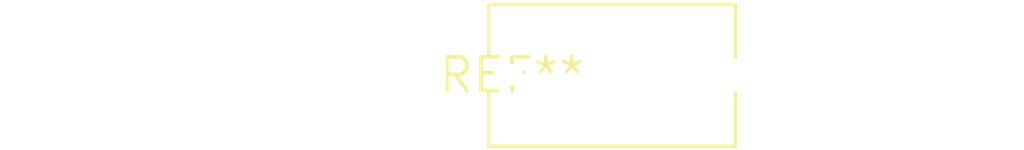
<source format=kicad_pcb>
(kicad_pcb (version 20240108) (generator pcbnew)
  (layers (0 "F.Cu" signal) (31 "B.Cu" signal) (34 "B.Paste" user) (35 "F.Paste" user) (36 "B.SilkS" user "B.Silkscreen") (37 "F.SilkS" user "F.Silkscreen") (38 "B.Mask" user) (39 "F.Mask" user) (44 "Edge.Cuts" user))
  (net 0 "")
  (footprint "C_Rect_L9.0mm_W5.1mm_P7.50mm_MKT" (layer "F.Cu") (at 0 0)
    (property "Reference" "REF**")
    (property "Value" "C_Rect_L9.0mm_W5.1mm_P7.50mm_MKT")
    (fp_line (start -0.87 -2.67) (end -0.87 -0.665) (layer "F.SilkS") (stroke (width 0.12)))
    (fp_line (start -0.87 -2.67) (end 8.37 -2.67) (layer "F.SilkS") (stroke (width 0.12)))
    (fp_line (start -0.87 0.665) (end -0.87 2.67) (layer "F.SilkS") (stroke (width 0.12)))
    (fp_line (start -0.87 2.67) (end 8.37 2.67) (layer "F.SilkS") (stroke (width 0.12)))
    (fp_line (start 8.37 -2.67) (end 8.37 -0.665) (layer "F.SilkS") (stroke (width 0.12)))
    (fp_line (start 8.37 0.665) (end 8.37 2.67) (layer "F.SilkS") (stroke (width 0.12)))
    (pad "1" thru_hole circle (at 0 0) (size 1.6 1.6) (drill 0.8) (layers *.Cu *.Mask) (remove_unused_layers))
    (pad "2" thru_hole circle (at 7.5 0) (size 1.6 1.6) (drill 0.8) (layers *.Cu *.Mask) (remove_unused_layers))
  )
)
</source>
